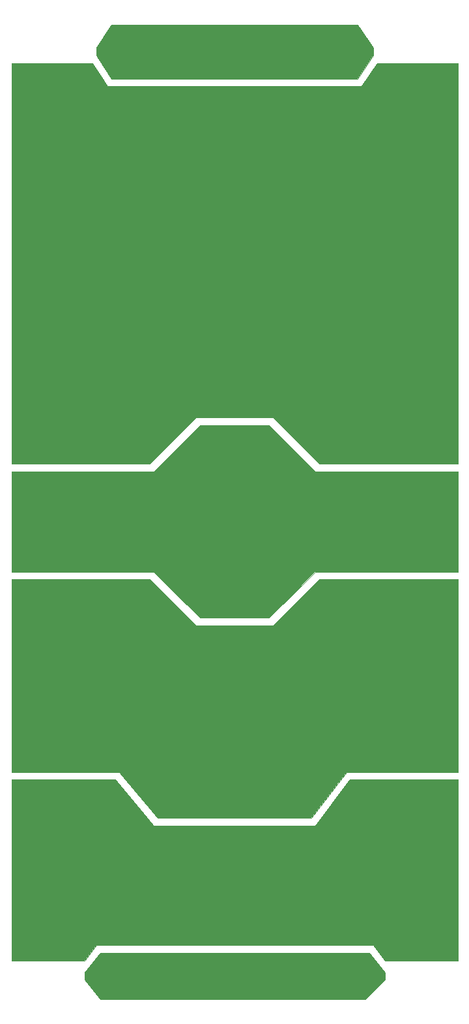
<source format=gbr>
G04 #@! TF.GenerationSoftware,KiCad,Pcbnew,(5.1.5)-3*
G04 #@! TF.CreationDate,2020-05-17T16:45:54+01:00*
G04 #@! TF.ProjectId,Addatone Panel,41646461-746f-46e6-9520-50616e656c2e,rev?*
G04 #@! TF.SameCoordinates,Original*
G04 #@! TF.FileFunction,Copper,L2,Bot*
G04 #@! TF.FilePolarity,Positive*
%FSLAX46Y46*%
G04 Gerber Fmt 4.6, Leading zero omitted, Abs format (unit mm)*
G04 Created by KiCad (PCBNEW (5.1.5)-3) date 2020-05-17 16:45:54*
%MOMM*%
%LPD*%
G04 APERTURE LIST*
%ADD10C,0.100000*%
G04 APERTURE END LIST*
D10*
G36*
X148000000Y-44500000D02*
G01*
X148000000Y-45500000D01*
X146000000Y-48500000D01*
X114000000Y-48500000D01*
X112000000Y-45500000D01*
X112000000Y-44500000D01*
X114000000Y-41500000D01*
X146000000Y-41500000D01*
X148000000Y-44500000D01*
G37*
X148000000Y-44500000D02*
X148000000Y-45500000D01*
X146000000Y-48500000D01*
X114000000Y-48500000D01*
X112000000Y-45500000D01*
X112000000Y-44500000D01*
X114000000Y-41500000D01*
X146000000Y-41500000D01*
X148000000Y-44500000D01*
G36*
X149500000Y-164500000D02*
G01*
X149500000Y-165500000D01*
X147000000Y-168000000D01*
X112500000Y-168000000D01*
X110500000Y-165500000D01*
X110500000Y-164500000D01*
X112500000Y-162000000D01*
X147500000Y-162000000D01*
X149500000Y-164500000D01*
G37*
X149500000Y-164500000D02*
X149500000Y-165500000D01*
X147000000Y-168000000D01*
X112500000Y-168000000D01*
X110500000Y-165500000D01*
X110500000Y-164500000D01*
X112500000Y-162000000D01*
X147500000Y-162000000D01*
X149500000Y-164500000D01*
G36*
X119500000Y-145500000D02*
G01*
X140500000Y-145500000D01*
X145000000Y-139500000D01*
X159000000Y-139500000D01*
X159000000Y-163000000D01*
X149500000Y-163000000D01*
X148000000Y-161000000D01*
X112000000Y-161000000D01*
X110500000Y-163000000D01*
X101000000Y-163000000D01*
X101000000Y-139500000D01*
X114500000Y-139500000D01*
X119500000Y-145500000D01*
G37*
X119500000Y-145500000D02*
X140500000Y-145500000D01*
X145000000Y-139500000D01*
X159000000Y-139500000D01*
X159000000Y-163000000D01*
X149500000Y-163000000D01*
X148000000Y-161000000D01*
X112000000Y-161000000D01*
X110500000Y-163000000D01*
X101000000Y-163000000D01*
X101000000Y-139500000D01*
X114500000Y-139500000D01*
X119500000Y-145500000D01*
G36*
X113500000Y-49500000D02*
G01*
X146500000Y-49500000D01*
X148500000Y-46500000D01*
X159000000Y-46500000D01*
X159000000Y-98500000D01*
X141000000Y-98500000D01*
X135000000Y-92500000D01*
X125000000Y-92500000D01*
X119000000Y-98500000D01*
X101000000Y-98500000D01*
X101000000Y-46500000D01*
X111500000Y-46500000D01*
X113500000Y-49500000D01*
G37*
X113500000Y-49500000D02*
X146500000Y-49500000D01*
X148500000Y-46500000D01*
X159000000Y-46500000D01*
X159000000Y-98500000D01*
X141000000Y-98500000D01*
X135000000Y-92500000D01*
X125000000Y-92500000D01*
X119000000Y-98500000D01*
X101000000Y-98500000D01*
X101000000Y-46500000D01*
X111500000Y-46500000D01*
X113500000Y-49500000D01*
G36*
X140500000Y-99500000D02*
G01*
X159000000Y-99500000D01*
X159000000Y-112500000D01*
X140500000Y-112500000D01*
X134500000Y-118500000D01*
X125500000Y-118500000D01*
X119500000Y-112500000D01*
X101000000Y-112500000D01*
X101000000Y-99500000D01*
X119500000Y-99500000D01*
X125500000Y-93500000D01*
X134500000Y-93500000D01*
X140500000Y-99500000D01*
G37*
X140500000Y-99500000D02*
X159000000Y-99500000D01*
X159000000Y-112500000D01*
X140500000Y-112500000D01*
X134500000Y-118500000D01*
X125500000Y-118500000D01*
X119500000Y-112500000D01*
X101000000Y-112500000D01*
X101000000Y-99500000D01*
X119500000Y-99500000D01*
X125500000Y-93500000D01*
X134500000Y-93500000D01*
X140500000Y-99500000D01*
G36*
X125000000Y-119500000D02*
G01*
X135000000Y-119500000D01*
X141000000Y-113500000D01*
X159000000Y-113500000D01*
X159000000Y-138500000D01*
X144500000Y-138500000D01*
X140000000Y-144500000D01*
X120000000Y-144500000D01*
X115000000Y-138500000D01*
X101000000Y-138500000D01*
X101000000Y-113500000D01*
X119000000Y-113500000D01*
X125000000Y-119500000D01*
G37*
X125000000Y-119500000D02*
X135000000Y-119500000D01*
X141000000Y-113500000D01*
X159000000Y-113500000D01*
X159000000Y-138500000D01*
X144500000Y-138500000D01*
X140000000Y-144500000D01*
X120000000Y-144500000D01*
X115000000Y-138500000D01*
X101000000Y-138500000D01*
X101000000Y-113500000D01*
X119000000Y-113500000D01*
X125000000Y-119500000D01*
M02*

</source>
